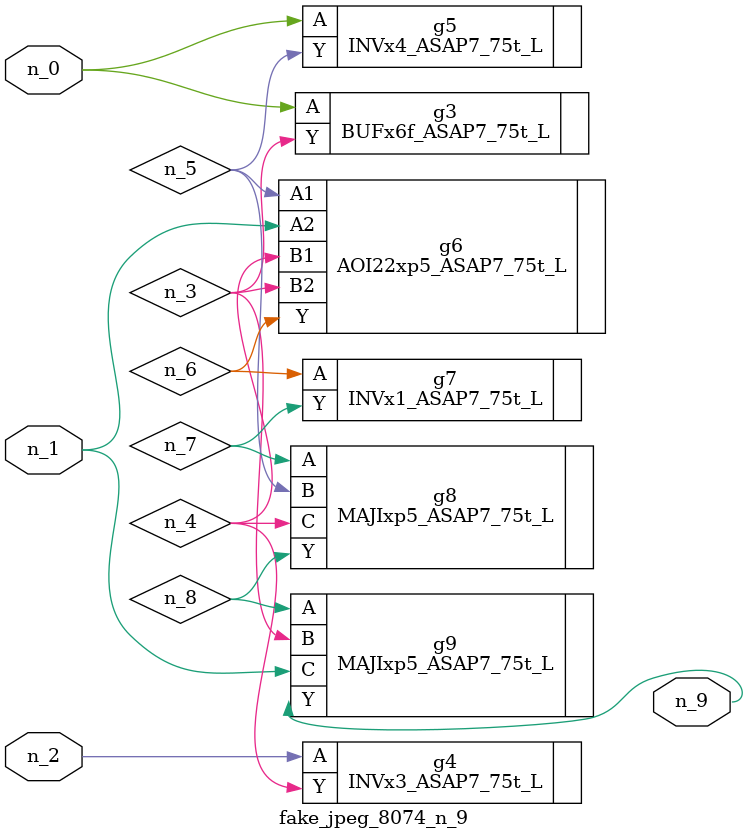
<source format=v>
module fake_jpeg_8074_n_9 (n_0, n_2, n_1, n_9);

input n_0;
input n_2;
input n_1;

output n_9;

wire n_3;
wire n_4;
wire n_8;
wire n_6;
wire n_5;
wire n_7;

BUFx6f_ASAP7_75t_L g3 ( 
.A(n_0),
.Y(n_3)
);

INVx3_ASAP7_75t_L g4 ( 
.A(n_2),
.Y(n_4)
);

INVx4_ASAP7_75t_L g5 ( 
.A(n_0),
.Y(n_5)
);

AOI22xp5_ASAP7_75t_L g6 ( 
.A1(n_5),
.A2(n_1),
.B1(n_4),
.B2(n_3),
.Y(n_6)
);

INVx1_ASAP7_75t_L g7 ( 
.A(n_6),
.Y(n_7)
);

MAJIxp5_ASAP7_75t_L g8 ( 
.A(n_7),
.B(n_5),
.C(n_4),
.Y(n_8)
);

MAJIxp5_ASAP7_75t_L g9 ( 
.A(n_8),
.B(n_3),
.C(n_1),
.Y(n_9)
);


endmodule
</source>
